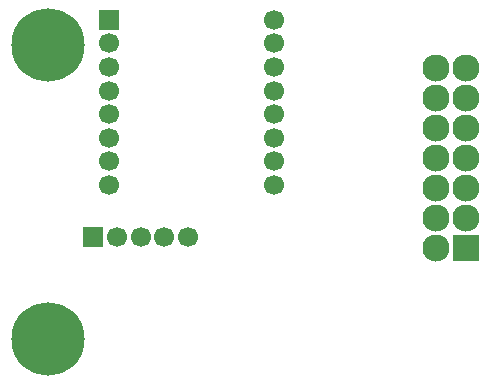
<source format=gbs>
%FSLAX25Y25*MOMM*%
%IR0*IPPOS*OFA0.00000B0.00000*MIA0B0*SFA1.00000B1.00000*%
%ADD13C,2.3*%
%ADD12C,1.7*%
%ADD10C,6.2*%
%ADD14R,2.3X2.3*%
%ADD11R,1.7X1.7*%
%LPD*%
G75*
G54D10*
X2559050Y1504950D03*
Y3994150D03*
G54D11*
X2940050Y2368550D03*
X3073400Y4210050D03*
G54D12*
Y2810050D03*
Y3010050D03*
Y3210050D03*
Y3410050D03*
Y3610050D03*
Y3810050D03*
Y4010050D03*
X3340050Y2368550D03*
X3140050D03*
X3740050D03*
X3540050D03*
X4473400Y3010050D03*
Y2810050D03*
Y3410050D03*
Y3210050D03*
Y3610050D03*
Y4010050D03*
Y3810050D03*
Y4210050D03*
G54D13*
X5842000Y2279650D03*
Y2533650D03*
X6096000D03*
X5842000Y3041650D03*
X6096000D03*
X5842000Y2787650D03*
X6096000D03*
X5842000Y3295650D03*
X6096000D03*
X5842000Y3549650D03*
X6096000D03*
X5842000Y3803650D03*
X6096000D03*
G54D14*
Y2279650D03*
M02*

</source>
